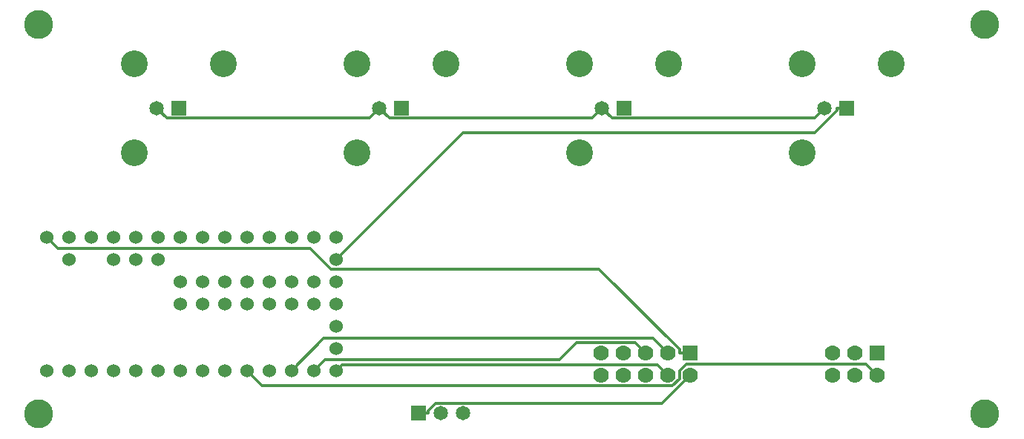
<source format=gbr>
G04 #@! TF.FileFunction,Copper,L1,Top,Signal*
%FSLAX46Y46*%
G04 Gerber Fmt 4.6, Leading zero omitted, Abs format (unit mm)*
G04 Created by KiCad (PCBNEW 4.0.7-e2-6376~58~ubuntu16.04.1) date Wed Jan 17 11:07:31 2018*
%MOMM*%
%LPD*%
G01*
G04 APERTURE LIST*
%ADD10C,0.100000*%
%ADD11R,1.778000X1.778000*%
%ADD12C,1.778000*%
%ADD13C,3.048000*%
%ADD14R,1.651000X1.651000*%
%ADD15C,1.651000*%
%ADD16C,3.302000*%
%ADD17C,1.524000*%
%ADD18C,0.304800*%
G04 APERTURE END LIST*
D10*
D11*
X128270000Y-91440000D03*
D12*
X128270000Y-93980000D03*
X125730000Y-91440000D03*
X125730000Y-93980000D03*
X123190000Y-91440000D03*
X123190000Y-93980000D03*
X120650000Y-91440000D03*
X120650000Y-93980000D03*
X118110000Y-91440000D03*
X118110000Y-93980000D03*
D11*
X149606000Y-91440000D03*
D12*
X149606000Y-93980000D03*
X147066000Y-91440000D03*
X147066000Y-93980000D03*
X144526000Y-91440000D03*
X144526000Y-93980000D03*
D13*
X64897000Y-58420000D03*
X75057000Y-58420000D03*
D14*
X69977000Y-63500000D03*
D15*
X67437000Y-63500000D03*
D13*
X64897000Y-68580000D03*
X90297000Y-58420000D03*
X100457000Y-58420000D03*
D14*
X95377000Y-63500000D03*
D15*
X92837000Y-63500000D03*
D13*
X90297000Y-68580000D03*
X115697000Y-58420000D03*
X125857000Y-58420000D03*
D14*
X120777000Y-63500000D03*
D15*
X118237000Y-63500000D03*
D13*
X115697000Y-68580000D03*
X141097000Y-58420000D03*
X151257000Y-58420000D03*
D14*
X146177000Y-63500000D03*
D15*
X143637000Y-63500000D03*
D13*
X141097000Y-68580000D03*
D16*
X53975000Y-53975000D03*
X161925000Y-53975000D03*
X53975000Y-98425000D03*
X161925000Y-98425000D03*
D17*
X54864000Y-93472000D03*
X57404000Y-93472000D03*
X59944000Y-93472000D03*
X62484000Y-93472000D03*
X65024000Y-93472000D03*
X67564000Y-93472000D03*
X70104000Y-93472000D03*
X72644000Y-93472000D03*
X75184000Y-93472000D03*
X77724000Y-93472000D03*
X80264000Y-93472000D03*
X82804000Y-93472000D03*
X85344000Y-93472000D03*
X87884000Y-93472000D03*
X87884000Y-90932000D03*
X87884000Y-88392000D03*
X87884000Y-85852000D03*
X87884000Y-83312000D03*
X87884000Y-80772000D03*
X87884000Y-78232000D03*
X85344000Y-78232000D03*
X82804000Y-78232000D03*
X80264000Y-78232000D03*
X77724000Y-78232000D03*
X75184000Y-78232000D03*
X72644000Y-78232000D03*
X70104000Y-78232000D03*
X67564000Y-78232000D03*
X65024000Y-78232000D03*
X62484000Y-78232000D03*
X59944000Y-78232000D03*
X57404000Y-78232000D03*
X54864000Y-78232000D03*
X70104000Y-85852000D03*
X72644000Y-85852000D03*
X75184000Y-85852000D03*
X77724000Y-85852000D03*
X80264000Y-85852000D03*
X82804000Y-85852000D03*
X85344000Y-85852000D03*
X85344000Y-83312000D03*
X82804000Y-83312000D03*
X80264000Y-83312000D03*
X77724000Y-83312000D03*
X75184000Y-83312000D03*
X72644000Y-83312000D03*
X70104000Y-83312000D03*
X67564000Y-80772000D03*
X65024000Y-80772000D03*
X62484000Y-80772000D03*
X57404000Y-80772000D03*
D14*
X97282000Y-98298000D03*
D15*
X99822000Y-98298000D03*
X102362000Y-98298000D03*
D18*
X127075900Y-91066800D02*
X127075900Y-91440000D01*
X117892200Y-81883100D02*
X127075900Y-91066800D01*
X87318500Y-81883100D02*
X117892200Y-81883100D01*
X84937400Y-79502000D02*
X87318500Y-81883100D01*
X56134000Y-79502000D02*
X84937400Y-79502000D01*
X54864000Y-78232000D02*
X56134000Y-79502000D01*
X128270000Y-91440000D02*
X127075900Y-91440000D01*
X125082600Y-97167400D02*
X128270000Y-93980000D01*
X99260400Y-97167400D02*
X125082600Y-97167400D01*
X98412600Y-98015200D02*
X99260400Y-97167400D01*
X98412600Y-98298000D02*
X98412600Y-98015200D01*
X97282000Y-98298000D02*
X98412600Y-98298000D01*
X142506400Y-64630600D02*
X143637000Y-63500000D01*
X119367600Y-64630600D02*
X142506400Y-64630600D01*
X118237000Y-63500000D02*
X119367600Y-64630600D01*
X68567700Y-64630700D02*
X67437000Y-63500000D01*
X91706300Y-64630700D02*
X68567700Y-64630700D01*
X92837000Y-63500000D02*
X91706300Y-64630700D01*
X117106400Y-64630600D02*
X118237000Y-63500000D01*
X93967600Y-64630600D02*
X117106400Y-64630600D01*
X92837000Y-63500000D02*
X93967600Y-64630600D01*
X124070500Y-89780500D02*
X125730000Y-91440000D01*
X86495500Y-89780500D02*
X124070500Y-89780500D01*
X82804000Y-93472000D02*
X86495500Y-89780500D01*
X88573500Y-92782500D02*
X87884000Y-93472000D01*
X124532500Y-92782500D02*
X88573500Y-92782500D01*
X125730000Y-93980000D02*
X124532500Y-92782500D01*
X121988100Y-90238100D02*
X123190000Y-91440000D01*
X115285900Y-90238100D02*
X121988100Y-90238100D01*
X113347600Y-92176400D02*
X115285900Y-90238100D01*
X86639600Y-92176400D02*
X113347600Y-92176400D01*
X85344000Y-93472000D02*
X86639600Y-92176400D01*
X148336000Y-92710000D02*
X149606000Y-93980000D01*
X127819000Y-92710000D02*
X148336000Y-92710000D01*
X127075800Y-93453200D02*
X127819000Y-92710000D01*
X127075800Y-94408800D02*
X127075800Y-93453200D01*
X126273300Y-95211300D02*
X127075800Y-94408800D01*
X79463300Y-95211300D02*
X126273300Y-95211300D01*
X77724000Y-93472000D02*
X79463300Y-95211300D01*
X145046400Y-63782600D02*
X145046400Y-63500000D01*
X142547900Y-66281100D02*
X145046400Y-63782600D01*
X102374900Y-66281100D02*
X142547900Y-66281100D01*
X87884000Y-80772000D02*
X102374900Y-66281100D01*
X146177000Y-63500000D02*
X145046400Y-63500000D01*
M02*

</source>
